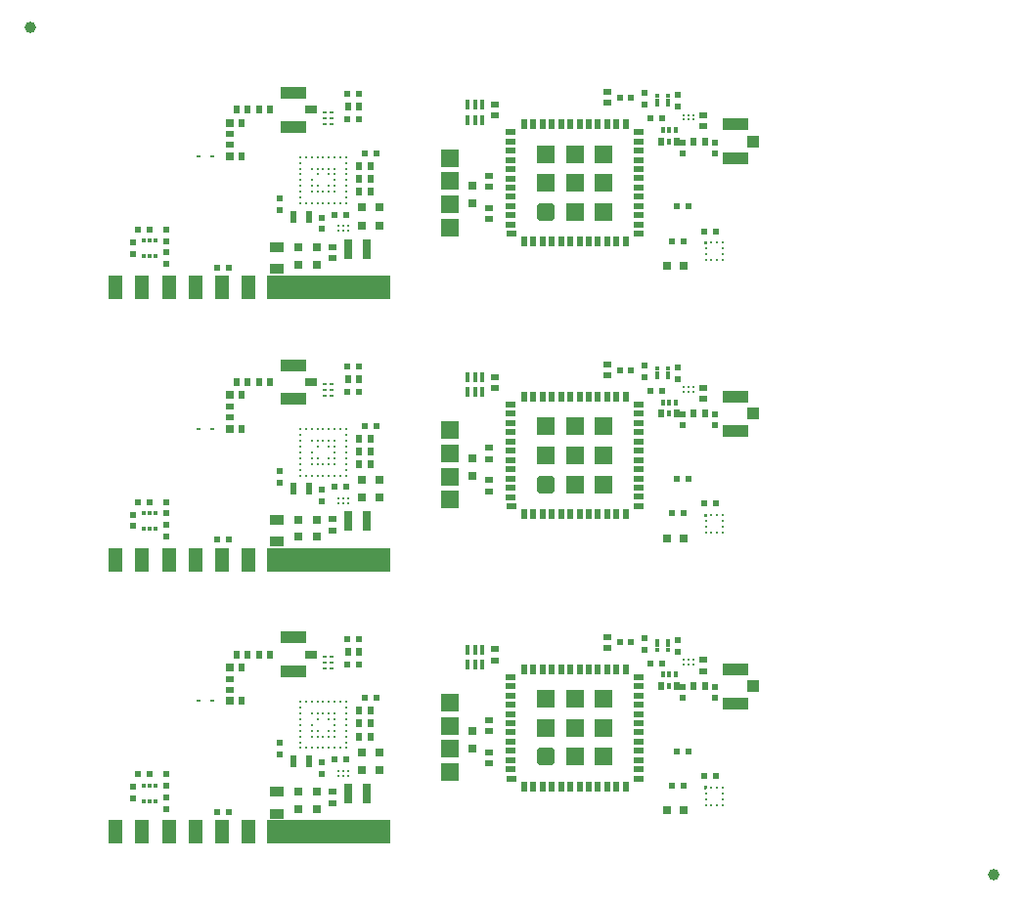
<source format=gbp>
G04*
G04 #@! TF.GenerationSoftware,Altium Limited,Altium Designer,19.1.6 (110)*
G04*
G04 Layer_Color=128*
%FSAX25Y25*%
%MOIN*%
G70*
G01*
G75*
%ADD10C,0.03937*%
%ADD13R,0.01968X0.02362*%
%ADD14R,0.02362X0.01968*%
%ADD16R,0.04724X0.07874*%
%ADD19R,0.03150X0.03150*%
%ADD20R,0.02362X0.02520*%
%ADD21R,0.03150X0.03150*%
%ADD22R,0.02520X0.02362*%
%ADD44C,0.01181*%
%ADD45R,0.01181X0.01968*%
%ADD46R,0.01968X0.02803*%
%ADD47R,0.05906X0.05906*%
%ADD48R,0.01575X0.01181*%
%ADD49R,0.01575X0.03543*%
%ADD50R,0.05906X0.05906*%
G04:AMPARAMS|DCode=51|XSize=59.06mil|YSize=59.06mil|CornerRadius=5.91mil|HoleSize=0mil|Usage=FLASHONLY|Rotation=360.000|XOffset=0mil|YOffset=0mil|HoleType=Round|Shape=RoundedRectangle|*
%AMROUNDEDRECTD51*
21,1,0.05906,0.04724,0,0,360.0*
21,1,0.04724,0.05906,0,0,360.0*
1,1,0.01181,0.02362,-0.02362*
1,1,0.01181,-0.02362,-0.02362*
1,1,0.01181,-0.02362,0.02362*
1,1,0.01181,0.02362,0.02362*
%
%ADD51ROUNDEDRECTD51*%
%ADD54R,0.00394X0.00394*%
%ADD55R,0.00984X0.01083*%
%ADD56R,0.01083X0.00984*%
%ADD57R,0.02441X0.02244*%
%ADD58R,0.03937X0.03937*%
%ADD59R,0.08661X0.04134*%
%ADD60R,0.02362X0.02803*%
%ADD64R,0.42126X0.07874*%
%ADD65R,0.02362X0.04331*%
%ADD66R,0.01181X0.00787*%
%ADD67R,0.01181X0.01772*%
%ADD68R,0.02756X0.06693*%
%ADD69R,0.02803X0.02244*%
%ADD70R,0.02244X0.02803*%
%ADD71R,0.01417X0.00984*%
%ADD72R,0.03937X0.02803*%
%ADD73R,0.05118X0.03543*%
%ADD74R,0.02803X0.02520*%
%ADD134R,0.03780X0.01968*%
%ADD135R,0.03740X0.01929*%
%ADD136R,0.03740X0.01929*%
%ADD137R,0.01929X0.03740*%
%ADD138C,0.00039*%
G36*
X0356909Y0328553D02*
X0356565Y0328208D01*
X0355925Y0328208D01*
Y0329291D01*
X0356909D01*
X0356909Y0328553D01*
D02*
G37*
G36*
Y0235639D02*
X0356565Y0235295D01*
X0355925Y0235295D01*
Y0236377D01*
X0356909D01*
X0356909Y0235639D01*
D02*
G37*
G36*
Y0142726D02*
X0356565Y0142381D01*
X0355925Y0142381D01*
Y0143464D01*
X0356909D01*
X0356909Y0142726D01*
D02*
G37*
D10*
X0454725Y0113189D02*
D03*
X0126181Y0402362D02*
D03*
D13*
X0337598Y0371181D02*
D03*
X0341535D02*
D03*
X0331063Y0378228D02*
D03*
X0327126D02*
D03*
X0346654Y0341141D02*
D03*
X0350590D02*
D03*
X0359842Y0332677D02*
D03*
X0355905D02*
D03*
X0348819Y0329370D02*
D03*
X0344882D02*
D03*
X0337598Y0278267D02*
D03*
X0341535D02*
D03*
X0331063Y0285314D02*
D03*
X0327126D02*
D03*
X0346654Y0248228D02*
D03*
X0350590D02*
D03*
X0359842Y0239763D02*
D03*
X0355905D02*
D03*
X0348819Y0236456D02*
D03*
X0344882D02*
D03*
X0337598Y0185354D02*
D03*
X0341535D02*
D03*
X0331063Y0192401D02*
D03*
X0327126D02*
D03*
X0346654Y0155314D02*
D03*
X0350590D02*
D03*
X0359842Y0146850D02*
D03*
X0355905D02*
D03*
X0348819Y0143543D02*
D03*
X0344882D02*
D03*
X0238172Y0184919D02*
D03*
X0234235D02*
D03*
X0233937Y0152559D02*
D03*
X0230000D02*
D03*
X0234245Y0193669D02*
D03*
X0238182D02*
D03*
X0166732Y0147441D02*
D03*
X0162795D02*
D03*
X0244291Y0173425D02*
D03*
X0240354D02*
D03*
X0189803Y0134488D02*
D03*
X0193740D02*
D03*
X0238172Y0277832D02*
D03*
X0234235D02*
D03*
X0233937Y0245473D02*
D03*
X0230000D02*
D03*
X0234245Y0286582D02*
D03*
X0238182D02*
D03*
X0166732Y0240354D02*
D03*
X0162795D02*
D03*
X0244291Y0266339D02*
D03*
X0240354D02*
D03*
X0189803Y0227402D02*
D03*
X0193740D02*
D03*
X0238172Y0370746D02*
D03*
X0234235D02*
D03*
X0233937Y0338386D02*
D03*
X0230000D02*
D03*
X0234245Y0379496D02*
D03*
X0238182D02*
D03*
X0166732Y0333268D02*
D03*
X0162795D02*
D03*
X0244291Y0359252D02*
D03*
X0240354D02*
D03*
X0189803Y0320315D02*
D03*
X0193740D02*
D03*
D14*
X0347046Y0379071D02*
D03*
Y0375134D02*
D03*
X0335433Y0375787D02*
D03*
Y0379724D02*
D03*
X0347046Y0286158D02*
D03*
Y0282221D02*
D03*
X0335433Y0282874D02*
D03*
Y0286810D02*
D03*
X0347046Y0193244D02*
D03*
Y0189307D02*
D03*
X0335433Y0189960D02*
D03*
Y0193897D02*
D03*
X0172638Y0143504D02*
D03*
Y0147441D02*
D03*
Y0135630D02*
D03*
Y0139567D02*
D03*
X0161221Y0139173D02*
D03*
Y0143110D02*
D03*
X0225494Y0151513D02*
D03*
Y0147575D02*
D03*
X0211221Y0154134D02*
D03*
Y0158071D02*
D03*
X0172638Y0236417D02*
D03*
Y0240354D02*
D03*
Y0228543D02*
D03*
Y0232480D02*
D03*
X0161221Y0232087D02*
D03*
Y0236024D02*
D03*
X0225494Y0244426D02*
D03*
Y0240489D02*
D03*
X0211221Y0247047D02*
D03*
Y0250984D02*
D03*
X0172638Y0329331D02*
D03*
Y0333268D02*
D03*
Y0321457D02*
D03*
Y0325394D02*
D03*
X0161221Y0325000D02*
D03*
Y0328937D02*
D03*
X0225494Y0337339D02*
D03*
Y0333402D02*
D03*
X0211221Y0339961D02*
D03*
Y0343898D02*
D03*
D16*
X0155315Y0127756D02*
D03*
X0164370D02*
D03*
X0173425D02*
D03*
X0182480D02*
D03*
X0191535D02*
D03*
X0200591D02*
D03*
X0155315Y0220669D02*
D03*
X0164370D02*
D03*
X0173425D02*
D03*
X0182480D02*
D03*
X0191535D02*
D03*
X0200591D02*
D03*
X0155315Y0313583D02*
D03*
X0164370D02*
D03*
X0173425D02*
D03*
X0182480D02*
D03*
X0191535D02*
D03*
X0200591D02*
D03*
D19*
X0277008Y0342204D02*
D03*
Y0348110D02*
D03*
Y0249291D02*
D03*
Y0255196D02*
D03*
Y0156377D02*
D03*
Y0162283D02*
D03*
X0217677Y0141417D02*
D03*
Y0135512D02*
D03*
X0223780Y0141457D02*
D03*
Y0135551D02*
D03*
X0217677Y0234331D02*
D03*
Y0228425D02*
D03*
X0223780Y0234370D02*
D03*
Y0228465D02*
D03*
X0217677Y0327244D02*
D03*
Y0321339D02*
D03*
X0223780Y0327284D02*
D03*
Y0321378D02*
D03*
D20*
X0242165Y0164764D02*
D03*
X0238386D02*
D03*
X0242165Y0169095D02*
D03*
X0238386D02*
D03*
X0242165Y0160354D02*
D03*
X0238386D02*
D03*
X0198087Y0172402D02*
D03*
Y0183819D02*
D03*
X0238233Y0189339D02*
D03*
X0234454D02*
D03*
X0242165Y0257677D02*
D03*
X0238386D02*
D03*
X0242165Y0262008D02*
D03*
X0238386D02*
D03*
X0242165Y0253268D02*
D03*
X0238386D02*
D03*
X0198087Y0265315D02*
D03*
Y0276732D02*
D03*
X0238233Y0282252D02*
D03*
X0234454D02*
D03*
X0242165Y0350591D02*
D03*
X0238386D02*
D03*
X0242165Y0354921D02*
D03*
X0238386D02*
D03*
X0242165Y0346181D02*
D03*
X0238386D02*
D03*
X0198087Y0358228D02*
D03*
Y0369646D02*
D03*
X0238233Y0375166D02*
D03*
X0234454D02*
D03*
D21*
X0343149Y0320944D02*
D03*
X0349055D02*
D03*
X0343149Y0228031D02*
D03*
X0349055D02*
D03*
X0343149Y0135118D02*
D03*
X0349055D02*
D03*
X0239252Y0155000D02*
D03*
X0245158D02*
D03*
X0239213Y0148819D02*
D03*
X0245118D02*
D03*
X0239252Y0247914D02*
D03*
X0245158D02*
D03*
X0239213Y0241732D02*
D03*
X0245118D02*
D03*
X0239252Y0340827D02*
D03*
X0245158D02*
D03*
X0239213Y0334646D02*
D03*
X0245118D02*
D03*
D22*
X0355472Y0368464D02*
D03*
Y0372244D02*
D03*
X0322913Y0380196D02*
D03*
Y0376417D02*
D03*
X0284606Y0375905D02*
D03*
Y0372126D02*
D03*
X0282677Y0351692D02*
D03*
Y0347913D02*
D03*
Y0336889D02*
D03*
Y0340669D02*
D03*
X0355472Y0275551D02*
D03*
Y0279330D02*
D03*
X0322913Y0287283D02*
D03*
Y0283503D02*
D03*
X0284606Y0282992D02*
D03*
Y0279212D02*
D03*
X0282677Y0258779D02*
D03*
Y0254999D02*
D03*
Y0243976D02*
D03*
Y0247755D02*
D03*
X0355472Y0182637D02*
D03*
Y0186417D02*
D03*
X0322913Y0194369D02*
D03*
Y0190590D02*
D03*
X0284606Y0190078D02*
D03*
Y0186299D02*
D03*
X0282677Y0165866D02*
D03*
Y0162086D02*
D03*
Y0151062D02*
D03*
Y0154842D02*
D03*
X0229173Y0137717D02*
D03*
Y0141496D02*
D03*
Y0230630D02*
D03*
Y0234409D02*
D03*
Y0323543D02*
D03*
Y0327323D02*
D03*
D44*
X0352086Y0370747D02*
D03*
Y0372322D02*
D03*
X0350512Y0370747D02*
D03*
Y0372322D02*
D03*
X0348937Y0370747D02*
D03*
Y0372322D02*
D03*
X0352086Y0277834D02*
D03*
Y0279409D02*
D03*
X0350512Y0277834D02*
D03*
Y0279409D02*
D03*
X0348937Y0277834D02*
D03*
Y0279409D02*
D03*
X0352086Y0184921D02*
D03*
Y0186495D02*
D03*
X0350512Y0184921D02*
D03*
Y0186495D02*
D03*
X0348937Y0184921D02*
D03*
Y0186495D02*
D03*
X0231299Y0148622D02*
D03*
X0232874D02*
D03*
X0234449D02*
D03*
X0231299Y0147047D02*
D03*
X0232874D02*
D03*
X0234449D02*
D03*
X0233937Y0156417D02*
D03*
Y0158386D02*
D03*
Y0160354D02*
D03*
Y0162323D02*
D03*
Y0164291D02*
D03*
Y0166260D02*
D03*
Y0168228D02*
D03*
Y0170197D02*
D03*
Y0172165D02*
D03*
X0218189Y0156417D02*
D03*
X0220158D02*
D03*
X0222126D02*
D03*
X0224095D02*
D03*
X0226063D02*
D03*
X0228031D02*
D03*
X0230000D02*
D03*
X0231968D02*
D03*
X0218189Y0158386D02*
D03*
Y0160354D02*
D03*
X0222126D02*
D03*
X0224095D02*
D03*
X0226063D02*
D03*
X0228031D02*
D03*
X0230000D02*
D03*
X0218189Y0162323D02*
D03*
X0222126D02*
D03*
X0224095D02*
D03*
X0228031D02*
D03*
X0230000D02*
D03*
X0218189Y0164291D02*
D03*
X0222126D02*
D03*
X0230000D02*
D03*
X0218189Y0166260D02*
D03*
X0224095D02*
D03*
X0228031D02*
D03*
X0230000D02*
D03*
X0218189Y0168228D02*
D03*
X0222126D02*
D03*
X0224095D02*
D03*
X0226063D02*
D03*
X0228031D02*
D03*
X0230000D02*
D03*
X0218189Y0170197D02*
D03*
Y0172165D02*
D03*
X0220158D02*
D03*
X0222126D02*
D03*
X0224095D02*
D03*
X0226063D02*
D03*
X0228031D02*
D03*
X0230000D02*
D03*
X0231968D02*
D03*
X0231299Y0241535D02*
D03*
X0232874D02*
D03*
X0234449D02*
D03*
X0231299Y0239961D02*
D03*
X0232874D02*
D03*
X0234449D02*
D03*
X0233937Y0249331D02*
D03*
Y0251299D02*
D03*
Y0253268D02*
D03*
Y0255236D02*
D03*
Y0257205D02*
D03*
Y0259173D02*
D03*
Y0261142D02*
D03*
Y0263110D02*
D03*
Y0265079D02*
D03*
X0218189Y0249331D02*
D03*
X0220158D02*
D03*
X0222126D02*
D03*
X0224095D02*
D03*
X0226063D02*
D03*
X0228031D02*
D03*
X0230000D02*
D03*
X0231968D02*
D03*
X0218189Y0251299D02*
D03*
Y0253268D02*
D03*
X0222126D02*
D03*
X0224095D02*
D03*
X0226063D02*
D03*
X0228031D02*
D03*
X0230000D02*
D03*
X0218189Y0255236D02*
D03*
X0222126D02*
D03*
X0224095D02*
D03*
X0228031D02*
D03*
X0230000D02*
D03*
X0218189Y0257205D02*
D03*
X0222126D02*
D03*
X0230000D02*
D03*
X0218189Y0259173D02*
D03*
X0224095D02*
D03*
X0228031D02*
D03*
X0230000D02*
D03*
X0218189Y0261142D02*
D03*
X0222126D02*
D03*
X0224095D02*
D03*
X0226063D02*
D03*
X0228031D02*
D03*
X0230000D02*
D03*
X0218189Y0263110D02*
D03*
Y0265079D02*
D03*
X0220158D02*
D03*
X0222126D02*
D03*
X0224095D02*
D03*
X0226063D02*
D03*
X0228031D02*
D03*
X0230000D02*
D03*
X0231968D02*
D03*
X0231299Y0334449D02*
D03*
X0232874D02*
D03*
X0234449D02*
D03*
X0231299Y0332874D02*
D03*
X0232874D02*
D03*
X0234449D02*
D03*
X0233937Y0342244D02*
D03*
Y0344213D02*
D03*
Y0346181D02*
D03*
Y0348150D02*
D03*
Y0350118D02*
D03*
Y0352087D02*
D03*
Y0354055D02*
D03*
Y0356024D02*
D03*
Y0357992D02*
D03*
X0218189Y0342244D02*
D03*
X0220158D02*
D03*
X0222126D02*
D03*
X0224095D02*
D03*
X0226063D02*
D03*
X0228031D02*
D03*
X0230000D02*
D03*
X0231968D02*
D03*
X0218189Y0344213D02*
D03*
Y0346181D02*
D03*
X0222126D02*
D03*
X0224095D02*
D03*
X0226063D02*
D03*
X0228031D02*
D03*
X0230000D02*
D03*
X0218189Y0348150D02*
D03*
X0222126D02*
D03*
X0224095D02*
D03*
X0228031D02*
D03*
X0230000D02*
D03*
X0218189Y0350118D02*
D03*
X0222126D02*
D03*
X0230000D02*
D03*
X0218189Y0352087D02*
D03*
X0224095D02*
D03*
X0228031D02*
D03*
X0230000D02*
D03*
X0218189Y0354055D02*
D03*
X0222126D02*
D03*
X0224095D02*
D03*
X0226063D02*
D03*
X0228031D02*
D03*
X0230000D02*
D03*
X0218189Y0356024D02*
D03*
Y0357992D02*
D03*
X0220158D02*
D03*
X0222126D02*
D03*
X0224095D02*
D03*
X0226063D02*
D03*
X0228031D02*
D03*
X0230000D02*
D03*
X0231968D02*
D03*
D45*
X0346102Y0367244D02*
D03*
X0343937D02*
D03*
X0341772D02*
D03*
X0343937Y0363307D02*
D03*
X0346102Y0274330D02*
D03*
X0343937D02*
D03*
X0341772D02*
D03*
X0343937Y0270393D02*
D03*
X0346102Y0181417D02*
D03*
X0343937D02*
D03*
X0341772D02*
D03*
X0343937Y0177480D02*
D03*
D46*
X0346496Y0363307D02*
D03*
X0341378D02*
D03*
X0346496Y0270393D02*
D03*
X0341378D02*
D03*
X0346496Y0177480D02*
D03*
X0341378D02*
D03*
D47*
X0269331Y0357677D02*
D03*
Y0349803D02*
D03*
Y0341929D02*
D03*
Y0334055D02*
D03*
Y0264763D02*
D03*
Y0256889D02*
D03*
Y0249015D02*
D03*
Y0241141D02*
D03*
Y0171850D02*
D03*
Y0163976D02*
D03*
Y0156102D02*
D03*
Y0148228D02*
D03*
D48*
X0339959Y0378874D02*
D03*
Y0377299D02*
D03*
Y0375725D02*
D03*
X0343503Y0378874D02*
D03*
Y0377299D02*
D03*
Y0375725D02*
D03*
X0339959Y0285961D02*
D03*
Y0284386D02*
D03*
Y0282811D02*
D03*
X0343503Y0285961D02*
D03*
Y0284386D02*
D03*
Y0282811D02*
D03*
X0339959Y0193047D02*
D03*
Y0191473D02*
D03*
Y0189898D02*
D03*
X0343503Y0193047D02*
D03*
Y0191473D02*
D03*
Y0189898D02*
D03*
D49*
X0280394Y0375826D02*
D03*
X0277835D02*
D03*
X0275275D02*
D03*
Y0370708D02*
D03*
X0277835D02*
D03*
X0280394D02*
D03*
Y0282913D02*
D03*
X0277835D02*
D03*
X0275275D02*
D03*
Y0277795D02*
D03*
X0277835D02*
D03*
X0280394D02*
D03*
Y0189999D02*
D03*
X0277835D02*
D03*
X0275275D02*
D03*
Y0184881D02*
D03*
X0277835D02*
D03*
X0280394D02*
D03*
D50*
X0321701Y0358976D02*
D03*
X0311858D02*
D03*
X0301917D02*
D03*
X0321701Y0349133D02*
D03*
X0311858D02*
D03*
X0302016D02*
D03*
X0321701Y0339291D02*
D03*
X0311858Y0339291D02*
D03*
X0321701Y0266062D02*
D03*
X0311858D02*
D03*
X0301917D02*
D03*
X0321701Y0256220D02*
D03*
X0311858D02*
D03*
X0302016D02*
D03*
X0321701Y0246377D02*
D03*
X0311858Y0246377D02*
D03*
X0321701Y0173149D02*
D03*
X0311858D02*
D03*
X0301917D02*
D03*
X0321701Y0163306D02*
D03*
X0311858D02*
D03*
X0302016D02*
D03*
X0321701Y0153464D02*
D03*
X0311858Y0153464D02*
D03*
D51*
X0302016Y0339291D02*
D03*
Y0246377D02*
D03*
Y0153464D02*
D03*
D54*
X0356417Y0328740D02*
D03*
Y0235826D02*
D03*
Y0142913D02*
D03*
D55*
X0358386Y0328740D02*
D03*
X0360354D02*
D03*
X0362323D02*
D03*
Y0322834D02*
D03*
X0360354D02*
D03*
X0358386D02*
D03*
X0356417D02*
D03*
X0358386Y0235826D02*
D03*
X0360354D02*
D03*
X0362323D02*
D03*
Y0229921D02*
D03*
X0360354D02*
D03*
X0358386D02*
D03*
X0356417D02*
D03*
X0358386Y0142913D02*
D03*
X0360354D02*
D03*
X0362323D02*
D03*
Y0137007D02*
D03*
X0360354D02*
D03*
X0358386D02*
D03*
X0356417D02*
D03*
D56*
X0362323Y0326771D02*
D03*
X0362323Y0324803D02*
D03*
X0356417D02*
D03*
Y0326771D02*
D03*
X0362323Y0233858D02*
D03*
X0362323Y0231889D02*
D03*
X0356417D02*
D03*
Y0233858D02*
D03*
X0362323Y0140944D02*
D03*
X0362323Y0138976D02*
D03*
X0356417D02*
D03*
Y0140944D02*
D03*
D57*
X0359567Y0359330D02*
D03*
Y0363031D02*
D03*
X0348622Y0359330D02*
D03*
Y0363031D02*
D03*
X0359567Y0266417D02*
D03*
Y0270118D02*
D03*
X0348622Y0266417D02*
D03*
Y0270118D02*
D03*
X0359567Y0173503D02*
D03*
Y0177204D02*
D03*
X0348622Y0173503D02*
D03*
Y0177204D02*
D03*
D58*
X0372551Y0363307D02*
D03*
Y0270393D02*
D03*
Y0177480D02*
D03*
D59*
X0366646Y0357500D02*
D03*
Y0369114D02*
D03*
Y0264586D02*
D03*
Y0276200D02*
D03*
Y0171673D02*
D03*
Y0183287D02*
D03*
X0216041Y0182518D02*
D03*
Y0194132D02*
D03*
Y0275432D02*
D03*
Y0287046D02*
D03*
Y0368345D02*
D03*
Y0379959D02*
D03*
D60*
X0356102Y0363307D02*
D03*
X0352323D02*
D03*
X0356102Y0270393D02*
D03*
X0352323D02*
D03*
X0356102Y0177480D02*
D03*
X0352323D02*
D03*
X0200178Y0188336D02*
D03*
X0196399D02*
D03*
X0200178Y0281250D02*
D03*
X0196399D02*
D03*
X0200178Y0374163D02*
D03*
X0196399D02*
D03*
D64*
X0227957Y0127756D02*
D03*
Y0220669D02*
D03*
Y0313583D02*
D03*
D65*
X0221378Y0151850D02*
D03*
X0215866D02*
D03*
X0221378Y0244764D02*
D03*
X0215866D02*
D03*
X0221378Y0337677D02*
D03*
X0215866D02*
D03*
D66*
X0228764Y0183550D02*
D03*
Y0185519D02*
D03*
Y0187487D02*
D03*
X0226402D02*
D03*
Y0185519D02*
D03*
Y0183550D02*
D03*
X0228764Y0276464D02*
D03*
Y0278432D02*
D03*
Y0280401D02*
D03*
X0226402D02*
D03*
Y0278432D02*
D03*
Y0276464D02*
D03*
X0228764Y0369377D02*
D03*
Y0371346D02*
D03*
Y0373314D02*
D03*
X0226402D02*
D03*
Y0371346D02*
D03*
Y0369377D02*
D03*
D67*
X0164803Y0138366D02*
D03*
X0166772D02*
D03*
X0168740D02*
D03*
X0164803Y0143681D02*
D03*
X0166772D02*
D03*
X0168740D02*
D03*
X0164803Y0231280D02*
D03*
X0166772D02*
D03*
X0168740D02*
D03*
X0164803Y0236595D02*
D03*
X0166772D02*
D03*
X0168740D02*
D03*
X0164803Y0324193D02*
D03*
X0166772D02*
D03*
X0168740D02*
D03*
X0164803Y0329508D02*
D03*
X0166772D02*
D03*
X0168740D02*
D03*
D68*
X0234606Y0140852D02*
D03*
X0240905D02*
D03*
X0234606Y0233766D02*
D03*
X0240905D02*
D03*
X0234606Y0326679D02*
D03*
X0240905D02*
D03*
D69*
X0194311Y0179961D02*
D03*
Y0176260D02*
D03*
Y0272874D02*
D03*
Y0269173D02*
D03*
Y0365788D02*
D03*
Y0362087D02*
D03*
D70*
X0208051Y0188335D02*
D03*
X0204350D02*
D03*
X0208051Y0281248D02*
D03*
X0204350D02*
D03*
X0208051Y0374162D02*
D03*
X0204350D02*
D03*
D71*
X0188185Y0172402D02*
D03*
X0183461D02*
D03*
X0188185Y0265315D02*
D03*
X0183461D02*
D03*
X0188185Y0358228D02*
D03*
X0183461D02*
D03*
D72*
X0221947Y0188325D02*
D03*
Y0281239D02*
D03*
Y0374152D02*
D03*
D73*
X0210197Y0133976D02*
D03*
Y0141457D02*
D03*
Y0226890D02*
D03*
Y0234370D02*
D03*
Y0319803D02*
D03*
Y0327284D02*
D03*
D74*
X0194307Y0172402D02*
D03*
Y0183819D02*
D03*
Y0265315D02*
D03*
Y0276732D02*
D03*
Y0358228D02*
D03*
Y0369646D02*
D03*
D134*
X0290079Y0331791D02*
D03*
X0333622Y0331830D02*
D03*
Y0334980D02*
D03*
Y0338130D02*
D03*
Y0341279D02*
D03*
Y0344429D02*
D03*
Y0347578D02*
D03*
Y0350728D02*
D03*
Y0353877D02*
D03*
Y0357027D02*
D03*
Y0360176D02*
D03*
Y0363326D02*
D03*
Y0366476D02*
D03*
X0290079Y0238878D02*
D03*
X0333622Y0238917D02*
D03*
Y0242067D02*
D03*
Y0245216D02*
D03*
Y0248366D02*
D03*
Y0251515D02*
D03*
Y0254665D02*
D03*
Y0257814D02*
D03*
Y0260964D02*
D03*
Y0264113D02*
D03*
Y0267263D02*
D03*
Y0270413D02*
D03*
Y0273562D02*
D03*
X0290079Y0145964D02*
D03*
X0333622Y0146004D02*
D03*
Y0149153D02*
D03*
Y0152303D02*
D03*
Y0155452D02*
D03*
Y0158602D02*
D03*
Y0161752D02*
D03*
Y0164901D02*
D03*
Y0168050D02*
D03*
Y0171200D02*
D03*
Y0174350D02*
D03*
Y0177499D02*
D03*
Y0180649D02*
D03*
D135*
X0290059Y0334921D02*
D03*
Y0338110D02*
D03*
Y0344409D02*
D03*
Y0347559D02*
D03*
Y0350708D02*
D03*
Y0353858D02*
D03*
Y0357007D02*
D03*
Y0360157D02*
D03*
Y0363306D02*
D03*
Y0366456D02*
D03*
Y0242007D02*
D03*
Y0245197D02*
D03*
Y0251496D02*
D03*
Y0254645D02*
D03*
Y0257794D02*
D03*
Y0260944D02*
D03*
Y0264094D02*
D03*
Y0267243D02*
D03*
Y0270393D02*
D03*
Y0273543D02*
D03*
Y0149094D02*
D03*
Y0152283D02*
D03*
Y0158582D02*
D03*
Y0161732D02*
D03*
Y0164881D02*
D03*
Y0168031D02*
D03*
Y0171180D02*
D03*
Y0174330D02*
D03*
Y0177480D02*
D03*
Y0180629D02*
D03*
D136*
Y0341260D02*
D03*
Y0248346D02*
D03*
Y0155433D02*
D03*
D137*
X0294508Y0369133D02*
D03*
X0297657D02*
D03*
X0300846D02*
D03*
X0303996D02*
D03*
X0307106D02*
D03*
X0310256D02*
D03*
X0313405D02*
D03*
X0316555D02*
D03*
X0319705D02*
D03*
X0322854D02*
D03*
X0326043D02*
D03*
X0329350D02*
D03*
X0294508Y0329134D02*
D03*
X0297697Y0329094D02*
D03*
X0300846D02*
D03*
X0303996D02*
D03*
X0307146D02*
D03*
X0310256D02*
D03*
X0313405D02*
D03*
X0316555D02*
D03*
X0319704D02*
D03*
X0322854D02*
D03*
X0326004D02*
D03*
X0329193D02*
D03*
X0294508Y0276220D02*
D03*
X0297657D02*
D03*
X0300846D02*
D03*
X0303996D02*
D03*
X0307106D02*
D03*
X0310256D02*
D03*
X0313405D02*
D03*
X0316555D02*
D03*
X0319705D02*
D03*
X0322854D02*
D03*
X0326043D02*
D03*
X0329350D02*
D03*
X0294508Y0236220D02*
D03*
X0297697Y0236181D02*
D03*
X0300846D02*
D03*
X0303996D02*
D03*
X0307146D02*
D03*
X0310256D02*
D03*
X0313405D02*
D03*
X0316555D02*
D03*
X0319704D02*
D03*
X0322854D02*
D03*
X0326004D02*
D03*
X0329193D02*
D03*
X0294508Y0183306D02*
D03*
X0297657D02*
D03*
X0300846D02*
D03*
X0303996D02*
D03*
X0307106D02*
D03*
X0310256D02*
D03*
X0313405D02*
D03*
X0316555D02*
D03*
X0319705D02*
D03*
X0322854D02*
D03*
X0326043D02*
D03*
X0329350D02*
D03*
X0294508Y0143307D02*
D03*
X0297697Y0143267D02*
D03*
X0300846D02*
D03*
X0303996D02*
D03*
X0307146D02*
D03*
X0310256D02*
D03*
X0313405D02*
D03*
X0316555D02*
D03*
X0319704D02*
D03*
X0322854D02*
D03*
X0326004D02*
D03*
X0329193D02*
D03*
D138*
X0427086Y0340551D02*
D03*
X0432087D02*
D03*
X0427086Y0345551D02*
D03*
X0432087D02*
D03*
X0427086Y0350866D02*
D03*
X0432087Y0350551D02*
D03*
X0427086Y0247637D02*
D03*
X0432087D02*
D03*
X0427086Y0252637D02*
D03*
X0432087D02*
D03*
X0427086Y0257952D02*
D03*
X0432087Y0257637D02*
D03*
X0427086Y0154724D02*
D03*
X0432087D02*
D03*
X0427086Y0159724D02*
D03*
X0432087D02*
D03*
X0427086Y0165039D02*
D03*
X0432087Y0164724D02*
D03*
M02*

</source>
